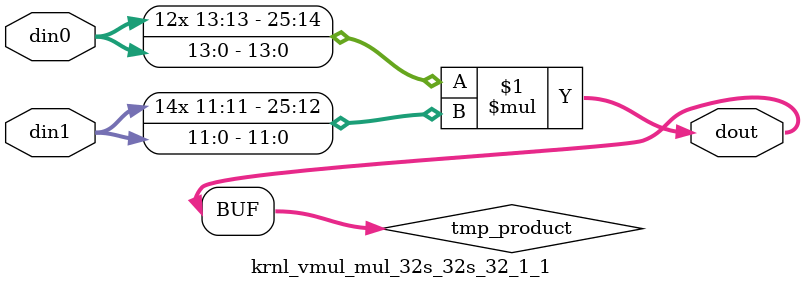
<source format=v>

`timescale 1 ns / 1 ps

 module krnl_vmul_mul_32s_32s_32_1_1(din0, din1, dout);
parameter ID = 1;
parameter NUM_STAGE = 0;
parameter din0_WIDTH = 14;
parameter din1_WIDTH = 12;
parameter dout_WIDTH = 26;

input [din0_WIDTH - 1 : 0] din0; 
input [din1_WIDTH - 1 : 0] din1; 
output [dout_WIDTH - 1 : 0] dout;

wire signed [dout_WIDTH - 1 : 0] tmp_product;



























assign tmp_product = $signed(din0) * $signed(din1);








assign dout = tmp_product;





















endmodule

</source>
